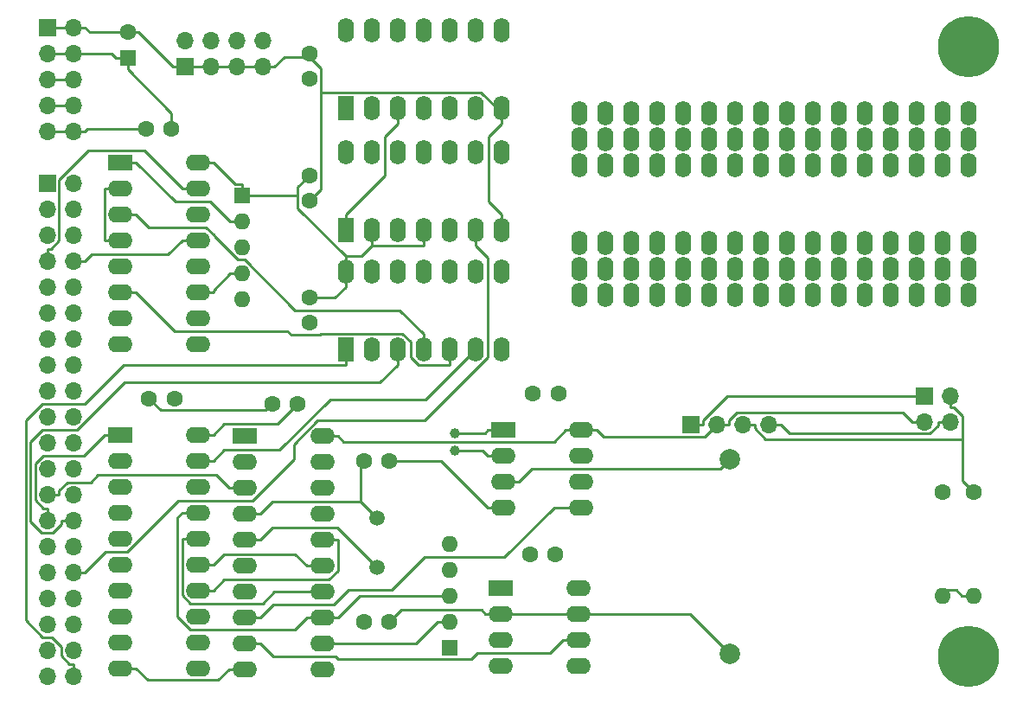
<source format=gbr>
%TF.GenerationSoftware,KiCad,Pcbnew,(6.0.4)*%
%TF.CreationDate,2022-06-04T07:21:41+03:00*%
%TF.ProjectId,I2C,4932432e-6b69-4636-9164-5f7063625858,rev?*%
%TF.SameCoordinates,Original*%
%TF.FileFunction,Copper,L1,Top*%
%TF.FilePolarity,Positive*%
%FSLAX46Y46*%
G04 Gerber Fmt 4.6, Leading zero omitted, Abs format (unit mm)*
G04 Created by KiCad (PCBNEW (6.0.4)) date 2022-06-04 07:21:41*
%MOMM*%
%LPD*%
G01*
G04 APERTURE LIST*
%TA.AperFunction,ComponentPad*%
%ADD10O,1.600000X2.400000*%
%TD*%
%TA.AperFunction,ComponentPad*%
%ADD11C,1.600000*%
%TD*%
%TA.AperFunction,ComponentPad*%
%ADD12O,1.600000X1.600000*%
%TD*%
%TA.AperFunction,ComponentPad*%
%ADD13C,3.400000*%
%TD*%
%TA.AperFunction,ConnectorPad*%
%ADD14C,6.000000*%
%TD*%
%TA.AperFunction,ComponentPad*%
%ADD15R,2.400000X1.600000*%
%TD*%
%TA.AperFunction,ComponentPad*%
%ADD16O,2.400000X1.600000*%
%TD*%
%TA.AperFunction,ComponentPad*%
%ADD17R,1.600000X2.400000*%
%TD*%
%TA.AperFunction,ComponentPad*%
%ADD18C,1.500000*%
%TD*%
%TA.AperFunction,ComponentPad*%
%ADD19R,1.600000X1.600000*%
%TD*%
%TA.AperFunction,ComponentPad*%
%ADD20R,1.700000X1.700000*%
%TD*%
%TA.AperFunction,ComponentPad*%
%ADD21O,1.700000X1.700000*%
%TD*%
%TA.AperFunction,ComponentPad*%
%ADD22C,1.000000*%
%TD*%
%TA.AperFunction,ComponentPad*%
%ADD23C,2.000000*%
%TD*%
%TA.AperFunction,Conductor*%
%ADD24C,0.250000*%
%TD*%
G04 APERTURE END LIST*
D10*
%TO.P,,8*%
%TO.N,N/C*%
X106680000Y-106172000D03*
%TD*%
%TO.P,,8*%
%TO.N,N/C*%
X99060000Y-116332000D03*
%TD*%
%TO.P,,8*%
%TO.N,N/C*%
X104140000Y-116332000D03*
%TD*%
%TO.P,,8*%
%TO.N,N/C*%
X99060000Y-103632000D03*
%TD*%
%TO.P,,8*%
%TO.N,N/C*%
X111760000Y-101092000D03*
%TD*%
%TO.P,,8*%
%TO.N,N/C*%
X127000000Y-106172000D03*
%TD*%
%TO.P,,8*%
%TO.N,N/C*%
X116840000Y-118872000D03*
%TD*%
%TO.P,,8*%
%TO.N,N/C*%
X132080000Y-101092000D03*
%TD*%
%TO.P,,8*%
%TO.N,N/C*%
X114300000Y-118872000D03*
%TD*%
%TO.P,,8*%
%TO.N,N/C*%
X109220000Y-106172000D03*
%TD*%
%TO.P,,8*%
%TO.N,N/C*%
X96520000Y-106172000D03*
%TD*%
D11*
%TO.P,R2,1*%
%TO.N,/SDA*%
X132080000Y-138176000D03*
D12*
%TO.P,R2,2*%
%TO.N,+5V*%
X132080000Y-148336000D03*
%TD*%
D10*
%TO.P,,8*%
%TO.N,N/C*%
X106680000Y-113792000D03*
%TD*%
%TO.P,,8*%
%TO.N,N/C*%
X104140000Y-113792000D03*
%TD*%
%TO.P,,8*%
%TO.N,N/C*%
X134620000Y-101092000D03*
%TD*%
%TO.P,,8*%
%TO.N,N/C*%
X132080000Y-116332000D03*
%TD*%
%TO.P,,8*%
%TO.N,N/C*%
X96520000Y-116332000D03*
%TD*%
D11*
%TO.P,C8,1*%
%TO.N,+5V*%
X94488000Y-128524000D03*
%TO.P,C8,2*%
%TO.N,GND*%
X91988000Y-128524000D03*
%TD*%
D10*
%TO.P,,8*%
%TO.N,N/C*%
X106680000Y-118872000D03*
%TD*%
%TO.P,,8*%
%TO.N,N/C*%
X101600000Y-103632000D03*
%TD*%
%TO.P,,8*%
%TO.N,N/C*%
X132080000Y-118872000D03*
%TD*%
D11*
%TO.P,C5,1*%
%TO.N,+5V*%
X68991000Y-129540000D03*
%TO.P,C5,2*%
%TO.N,GND*%
X66491000Y-129540000D03*
%TD*%
%TO.P,C4,1*%
%TO.N,+5V*%
X56896000Y-129032000D03*
%TO.P,C4,2*%
%TO.N,GND*%
X54396000Y-129032000D03*
%TD*%
D10*
%TO.P,,8*%
%TO.N,N/C*%
X101600000Y-113792000D03*
%TD*%
%TO.P,,8*%
%TO.N,N/C*%
X129540000Y-103632000D03*
%TD*%
%TO.P,,8*%
%TO.N,N/C*%
X101600000Y-101092000D03*
%TD*%
D13*
%TO.P,H2,1*%
%TO.N,N/C*%
X134620000Y-154305000D03*
D14*
X134620000Y-154305000D03*
%TD*%
D15*
%TO.P,U5,1,A->B*%
%TO.N,/rd*%
X51572000Y-132588000D03*
D16*
%TO.P,U5,2,A0*%
%TO.N,/d00*%
X51572000Y-135128000D03*
%TO.P,U5,3,A1*%
%TO.N,/d01*%
X51572000Y-137668000D03*
%TO.P,U5,4,A2*%
%TO.N,/d02*%
X51572000Y-140208000D03*
%TO.P,U5,5,A3*%
%TO.N,/d03*%
X51572000Y-142748000D03*
%TO.P,U5,6,A4*%
%TO.N,/d04*%
X51572000Y-145288000D03*
%TO.P,U5,7,A5*%
%TO.N,/d05*%
X51572000Y-147828000D03*
%TO.P,U5,8,A6*%
%TO.N,/d06*%
X51572000Y-150368000D03*
%TO.P,U5,9,A7*%
%TO.N,/d07*%
X51572000Y-152908000D03*
%TO.P,U5,10,GND*%
%TO.N,GND*%
X51572000Y-155448000D03*
%TO.P,U5,11,B7*%
%TO.N,/B07*%
X59192000Y-155448000D03*
%TO.P,U5,12,B6*%
%TO.N,/B06*%
X59192000Y-152908000D03*
%TO.P,U5,13,B5*%
%TO.N,/B05*%
X59192000Y-150368000D03*
%TO.P,U5,14,B4*%
%TO.N,/B04*%
X59192000Y-147828000D03*
%TO.P,U5,15,B3*%
%TO.N,/B03*%
X59192000Y-145288000D03*
%TO.P,U5,16,B2*%
%TO.N,/B02*%
X59192000Y-142748000D03*
%TO.P,U5,17,B1*%
%TO.N,/B01*%
X59192000Y-140208000D03*
%TO.P,U5,18,B0*%
%TO.N,/B00*%
X59192000Y-137668000D03*
%TO.P,U5,19,CE*%
%TO.N,Net-(U3-Pad6)*%
X59192000Y-135128000D03*
%TO.P,U5,20,VCC*%
%TO.N,+5V*%
X59192000Y-132588000D03*
%TD*%
D10*
%TO.P,,8*%
%TO.N,N/C*%
X101600000Y-116332000D03*
%TD*%
%TO.P,,8*%
%TO.N,N/C*%
X124460000Y-106172000D03*
%TD*%
%TO.P,,8*%
%TO.N,N/C*%
X127000000Y-116332000D03*
%TD*%
%TO.P,,8*%
%TO.N,N/C*%
X106680000Y-103632000D03*
%TD*%
%TO.P,,8*%
%TO.N,N/C*%
X116840000Y-116332000D03*
%TD*%
D17*
%TO.P,U3,1*%
%TO.N,/reset*%
X73655000Y-124216000D03*
D10*
%TO.P,U3,2*%
%TO.N,Net-(U3-Pad2)*%
X76195000Y-124216000D03*
%TO.P,U3,3*%
%TO.N,/iorq*%
X78735000Y-124216000D03*
%TO.P,U3,4*%
%TO.N,Net-(U1-Pad3)*%
X81275000Y-124216000D03*
%TO.P,U3,5*%
%TO.N,/card_sel*%
X83815000Y-124216000D03*
%TO.P,U3,6*%
%TO.N,Net-(U3-Pad6)*%
X86355000Y-124216000D03*
%TO.P,U3,7,GND*%
%TO.N,GND*%
X88895000Y-124216000D03*
%TO.P,U3,8*%
%TO.N,N/C*%
X88895000Y-116596000D03*
%TO.P,U3,9*%
X86355000Y-116596000D03*
%TO.P,U3,10*%
X83815000Y-116596000D03*
%TO.P,U3,11*%
X81275000Y-116596000D03*
%TO.P,U3,12*%
X78735000Y-116596000D03*
%TO.P,U3,13*%
X76195000Y-116596000D03*
%TO.P,U3,14,VCC*%
%TO.N,+5V*%
X73655000Y-116596000D03*
%TD*%
%TO.P,,8*%
%TO.N,N/C*%
X111760000Y-118872000D03*
%TD*%
%TO.P,,8*%
%TO.N,N/C*%
X127000000Y-118872000D03*
%TD*%
%TO.P,,8*%
%TO.N,N/C*%
X116840000Y-113792000D03*
%TD*%
%TO.P,,8*%
%TO.N,N/C*%
X129540000Y-113792000D03*
%TD*%
%TO.P,,8*%
%TO.N,N/C*%
X99060000Y-101092000D03*
%TD*%
%TO.P,,8*%
%TO.N,N/C*%
X96520000Y-113792000D03*
%TD*%
%TO.P,,8*%
%TO.N,N/C*%
X101600000Y-106172000D03*
%TD*%
%TO.P,,8*%
%TO.N,N/C*%
X124460000Y-118872000D03*
%TD*%
%TO.P,,8*%
%TO.N,N/C*%
X116840000Y-106172000D03*
%TD*%
%TO.P,,8*%
%TO.N,N/C*%
X109220000Y-116332000D03*
%TD*%
%TO.P,,8*%
%TO.N,N/C*%
X124460000Y-113792000D03*
%TD*%
D11*
%TO.P,C11,1*%
%TO.N,Net-(C11-Pad1)*%
X75458000Y-135128000D03*
%TO.P,C11,2*%
%TO.N,GND*%
X77958000Y-135128000D03*
%TD*%
D17*
%TO.P,U2,1,~{R}*%
%TO.N,Net-(U2-Pad1)*%
X73660000Y-112571000D03*
D10*
%TO.P,U2,2,D*%
%TO.N,+5V*%
X76200000Y-112571000D03*
%TO.P,U2,3,C*%
%TO.N,/card_sel*%
X78740000Y-112571000D03*
%TO.P,U2,4,~{S}*%
%TO.N,+5V*%
X81280000Y-112571000D03*
%TO.P,U2,5,Q*%
%TO.N,unconnected-(U2-Pad5)*%
X83820000Y-112571000D03*
%TO.P,U2,6,~{Q}*%
%TO.N,/wait*%
X86360000Y-112571000D03*
%TO.P,U2,7,GND*%
%TO.N,GND*%
X88900000Y-112571000D03*
%TO.P,U2,8*%
%TO.N,N/C*%
X88900000Y-104951000D03*
%TO.P,U2,9*%
X86360000Y-104951000D03*
%TO.P,U2,10*%
X83820000Y-104951000D03*
%TO.P,U2,11*%
X81280000Y-104951000D03*
%TO.P,U2,12*%
X78740000Y-104951000D03*
%TO.P,U2,13*%
X76200000Y-104951000D03*
%TO.P,U2,14,VCC*%
%TO.N,+5V*%
X73660000Y-104951000D03*
%TD*%
%TO.P,,8*%
%TO.N,N/C*%
X129540000Y-101092000D03*
%TD*%
%TO.P,,8*%
%TO.N,N/C*%
X134620000Y-103632000D03*
%TD*%
D18*
%TO.P,Y1,1,1*%
%TO.N,Net-(C11-Pad1)*%
X76708000Y-140716000D03*
%TO.P,Y1,2,2*%
%TO.N,Net-(C10-Pad1)*%
X76708000Y-145596000D03*
%TD*%
D10*
%TO.P,,8*%
%TO.N,N/C*%
X121920000Y-118872000D03*
%TD*%
D17*
%TO.P,U4,1*%
%TO.N,/reset*%
X73660000Y-100623000D03*
D10*
%TO.P,U4,2*%
%TO.N,Net-(RN2-Pad4)*%
X76200000Y-100623000D03*
%TO.P,U4,3*%
%TO.N,Net-(U2-Pad1)*%
X78740000Y-100623000D03*
%TO.P,U4,4*%
%TO.N,N/C*%
X81280000Y-100623000D03*
%TO.P,U4,5*%
X83820000Y-100623000D03*
%TO.P,U4,6*%
X86360000Y-100623000D03*
%TO.P,U4,7,GND*%
%TO.N,GND*%
X88900000Y-100623000D03*
%TO.P,U4,8*%
%TO.N,N/C*%
X88900000Y-93003000D03*
%TO.P,U4,9*%
X86360000Y-93003000D03*
%TO.P,U4,10*%
X83820000Y-93003000D03*
%TO.P,U4,11*%
X81280000Y-93003000D03*
%TO.P,U4,12*%
X78740000Y-93003000D03*
%TO.P,U4,13*%
X76200000Y-93003000D03*
%TO.P,U4,14,VCC*%
%TO.N,+5V*%
X73660000Y-93003000D03*
%TD*%
D11*
%TO.P,R1,1*%
%TO.N,/SCL*%
X135128000Y-138176000D03*
D12*
%TO.P,R1,2*%
%TO.N,+5V*%
X135128000Y-148336000D03*
%TD*%
D19*
%TO.P,RN2,1,common*%
%TO.N,+5V*%
X83820000Y-153416000D03*
D12*
%TO.P,RN2,2,R1*%
%TO.N,/B00*%
X83820000Y-150876000D03*
%TO.P,RN2,3,R2*%
%TO.N,/B01*%
X83820000Y-148336000D03*
%TO.P,RN2,4,R3*%
%TO.N,Net-(RN2-Pad4)*%
X83820000Y-145796000D03*
%TO.P,RN2,5,R4*%
%TO.N,unconnected-(RN2-Pad5)*%
X83820000Y-143256000D03*
%TD*%
D10*
%TO.P,,8*%
%TO.N,N/C*%
X114300000Y-106172000D03*
%TD*%
%TO.P,,8*%
%TO.N,N/C*%
X119380000Y-116332000D03*
%TD*%
D15*
%TO.P,U7,1,X1*%
%TO.N,Net-(U7-Pad1)*%
X89144000Y-132090000D03*
D16*
%TO.P,U7,2,X2*%
%TO.N,Net-(U7-Pad2)*%
X89144000Y-134630000D03*
%TO.P,U7,3,VBAT*%
%TO.N,+BATT*%
X89144000Y-137170000D03*
%TO.P,U7,4,GND*%
%TO.N,GND*%
X89144000Y-139710000D03*
%TO.P,U7,5,SDA*%
%TO.N,/SDA*%
X96764000Y-139710000D03*
%TO.P,U7,6,SCL*%
%TO.N,/SCL*%
X96764000Y-137170000D03*
%TO.P,U7,7,SQW/OUT*%
%TO.N,unconnected-(U7-Pad7)*%
X96764000Y-134630000D03*
%TO.P,U7,8,VCC*%
%TO.N,+5V*%
X96764000Y-132090000D03*
%TD*%
D10*
%TO.P,,8*%
%TO.N,N/C*%
X119380000Y-113792000D03*
%TD*%
%TO.P,,8*%
%TO.N,N/C*%
X121920000Y-106172000D03*
%TD*%
%TO.P,,8*%
%TO.N,N/C*%
X104140000Y-106172000D03*
%TD*%
D20*
%TO.P,J4,1,Pin_1*%
%TO.N,/SDA*%
X107452000Y-131572000D03*
D21*
%TO.P,J4,2,Pin_2*%
%TO.N,+5V*%
X109992000Y-131572000D03*
%TO.P,J4,3,Pin_3*%
%TO.N,/SCL*%
X112532000Y-131572000D03*
%TO.P,J4,4,Pin_4*%
%TO.N,GND*%
X115072000Y-131572000D03*
%TD*%
D10*
%TO.P,,8*%
%TO.N,N/C*%
X134620000Y-106172000D03*
%TD*%
D20*
%TO.P,J1,1,Pin_1*%
%TO.N,GND*%
X57912000Y-96520000D03*
D21*
%TO.P,J1,2,Pin_2*%
%TO.N,Net-(J1-Pad2)*%
X57912000Y-93980000D03*
%TO.P,J1,3,Pin_3*%
%TO.N,GND*%
X60452000Y-96520000D03*
%TO.P,J1,4,Pin_4*%
%TO.N,Net-(J1-Pad4)*%
X60452000Y-93980000D03*
%TO.P,J1,5,Pin_5*%
%TO.N,GND*%
X62992000Y-96520000D03*
%TO.P,J1,6,Pin_6*%
%TO.N,Net-(J1-Pad6)*%
X62992000Y-93980000D03*
%TO.P,J1,7,Pin_7*%
%TO.N,GND*%
X65532000Y-96520000D03*
%TO.P,J1,8,Pin_8*%
%TO.N,Net-(J1-Pad8)*%
X65532000Y-93980000D03*
%TD*%
D10*
%TO.P,,8*%
%TO.N,N/C*%
X111760000Y-113792000D03*
%TD*%
D11*
%TO.P,C3,1*%
%TO.N,+5V*%
X70104000Y-97770000D03*
%TO.P,C3,2*%
%TO.N,GND*%
X70104000Y-95270000D03*
%TD*%
D10*
%TO.P,,8*%
%TO.N,N/C*%
X101600000Y-118872000D03*
%TD*%
D11*
%TO.P,C1,1*%
%TO.N,+5V*%
X56622000Y-102616000D03*
%TO.P,C1,2*%
%TO.N,GND*%
X54122000Y-102616000D03*
%TD*%
D19*
%TO.P,RN1,1,common*%
%TO.N,+5V*%
X63500000Y-109200000D03*
D12*
%TO.P,RN1,2,R1*%
%TO.N,Net-(J1-Pad2)*%
X63500000Y-111740000D03*
%TO.P,RN1,3,R2*%
%TO.N,Net-(J1-Pad4)*%
X63500000Y-114280000D03*
%TO.P,RN1,4,R3*%
%TO.N,Net-(J1-Pad6)*%
X63500000Y-116820000D03*
%TO.P,RN1,5,R4*%
%TO.N,Net-(J1-Pad8)*%
X63500000Y-119360000D03*
%TD*%
D10*
%TO.P,,8*%
%TO.N,N/C*%
X134620000Y-116332000D03*
%TD*%
D19*
%TO.P,C9,1*%
%TO.N,+5V*%
X52324000Y-95693100D03*
D11*
%TO.P,C9,2*%
%TO.N,GND*%
X52324000Y-93193100D03*
%TD*%
D10*
%TO.P,,8*%
%TO.N,N/C*%
X109220000Y-118872000D03*
%TD*%
%TO.P,,8*%
%TO.N,N/C*%
X109220000Y-101092000D03*
%TD*%
%TO.P,,8*%
%TO.N,N/C*%
X99060000Y-106172000D03*
%TD*%
%TO.P,,8*%
%TO.N,N/C*%
X134620000Y-113792000D03*
%TD*%
D11*
%TO.P,C7,1*%
%TO.N,+5V*%
X70104000Y-119146000D03*
%TO.P,C7,2*%
%TO.N,GND*%
X70104000Y-121646000D03*
%TD*%
D10*
%TO.P,,8*%
%TO.N,N/C*%
X104140000Y-103632000D03*
%TD*%
%TO.P,,8*%
%TO.N,N/C*%
X134620000Y-118872000D03*
%TD*%
%TO.P,,8*%
%TO.N,N/C*%
X119380000Y-101092000D03*
%TD*%
%TO.P,,8*%
%TO.N,N/C*%
X104140000Y-118872000D03*
%TD*%
%TO.P,,8*%
%TO.N,N/C*%
X132080000Y-113792000D03*
%TD*%
D20*
%TO.P,J2,1,Pin_1*%
%TO.N,GND*%
X44445000Y-92715000D03*
D21*
%TO.P,J2,2,Pin_2*%
X46985000Y-92715000D03*
%TO.P,J2,3,Pin_3*%
%TO.N,+5V*%
X44445000Y-95255000D03*
%TO.P,J2,4,Pin_4*%
X46985000Y-95255000D03*
%TO.P,J2,5,Pin_5*%
%TO.N,+12V*%
X44445000Y-97795000D03*
%TO.P,J2,6,Pin_6*%
X46985000Y-97795000D03*
%TO.P,J2,7,Pin_7*%
%TO.N,/v1*%
X44445000Y-100335000D03*
%TO.P,J2,8,Pin_8*%
X46985000Y-100335000D03*
%TO.P,J2,9,Pin_9*%
%TO.N,GND*%
X44445000Y-102875000D03*
%TO.P,J2,10,Pin_10*%
X46985000Y-102875000D03*
%TD*%
D11*
%TO.P,C2,1*%
%TO.N,+5V*%
X70104000Y-107188000D03*
%TO.P,C2,2*%
%TO.N,GND*%
X70104000Y-109688000D03*
%TD*%
D10*
%TO.P,,8*%
%TO.N,N/C*%
X111760000Y-103632000D03*
%TD*%
%TO.P,,8*%
%TO.N,N/C*%
X124460000Y-116332000D03*
%TD*%
%TO.P,,8*%
%TO.N,N/C*%
X106680000Y-116332000D03*
%TD*%
%TO.P,,8*%
%TO.N,N/C*%
X121920000Y-113792000D03*
%TD*%
%TO.P,,8*%
%TO.N,N/C*%
X99060000Y-118872000D03*
%TD*%
%TO.P,,8*%
%TO.N,N/C*%
X124460000Y-103632000D03*
%TD*%
%TO.P,,8*%
%TO.N,N/C*%
X104140000Y-101092000D03*
%TD*%
%TO.P,,8*%
%TO.N,N/C*%
X116840000Y-103632000D03*
%TD*%
%TO.P,,8*%
%TO.N,N/C*%
X114300000Y-103632000D03*
%TD*%
%TO.P,,8*%
%TO.N,N/C*%
X106680000Y-101092000D03*
%TD*%
D22*
%TO.P,Y2,1,1*%
%TO.N,Net-(U7-Pad2)*%
X84328000Y-134112000D03*
%TO.P,Y2,2,2*%
%TO.N,Net-(U7-Pad1)*%
X84328000Y-132412000D03*
%TD*%
D10*
%TO.P,,8*%
%TO.N,N/C*%
X109220000Y-103632000D03*
%TD*%
%TO.P,,8*%
%TO.N,N/C*%
X96520000Y-101092000D03*
%TD*%
D20*
%TO.P,J3,1,Pin_1*%
%TO.N,/a01*%
X44445000Y-107955000D03*
D21*
%TO.P,J3,2,Pin_2*%
%TO.N,/a00*%
X46985000Y-107955000D03*
%TO.P,J3,3,Pin_3*%
%TO.N,/a03*%
X44445000Y-110495000D03*
%TO.P,J3,4,Pin_4*%
%TO.N,/a02*%
X46985000Y-110495000D03*
%TO.P,J3,5,Pin_5*%
%TO.N,/a05*%
X44445000Y-113035000D03*
%TO.P,J3,6,Pin_6*%
%TO.N,/a04*%
X46985000Y-113035000D03*
%TO.P,J3,7,Pin_7*%
%TO.N,/a07*%
X44445000Y-115575000D03*
%TO.P,J3,8,Pin_8*%
%TO.N,/a06*%
X46985000Y-115575000D03*
%TO.P,J3,9,Pin_9*%
%TO.N,/a09*%
X44445000Y-118115000D03*
%TO.P,J3,10,Pin_10*%
%TO.N,/a08*%
X46985000Y-118115000D03*
%TO.P,J3,11,Pin_11*%
%TO.N,/a11*%
X44445000Y-120655000D03*
%TO.P,J3,12,Pin_12*%
%TO.N,/a10*%
X46985000Y-120655000D03*
%TO.P,J3,13,Pin_13*%
%TO.N,/a13*%
X44445000Y-123195000D03*
%TO.P,J3,14,Pin_14*%
%TO.N,/a12*%
X46985000Y-123195000D03*
%TO.P,J3,15,Pin_15*%
%TO.N,/a15*%
X44445000Y-125735000D03*
%TO.P,J3,16,Pin_16*%
%TO.N,/a14*%
X46985000Y-125735000D03*
%TO.P,J3,17,Pin_17*%
%TO.N,/d01*%
X44445000Y-128275000D03*
%TO.P,J3,18,Pin_18*%
%TO.N,/d00*%
X46985000Y-128275000D03*
%TO.P,J3,19,Pin_19*%
%TO.N,/d03*%
X44445000Y-130815000D03*
%TO.P,J3,20,Pin_20*%
%TO.N,/d02*%
X46985000Y-130815000D03*
%TO.P,J3,21,Pin_21*%
%TO.N,/d05*%
X44445000Y-133355000D03*
%TO.P,J3,22,Pin_22*%
%TO.N,/d04*%
X46985000Y-133355000D03*
%TO.P,J3,23,Pin_23*%
%TO.N,/d07*%
X44445000Y-135895000D03*
%TO.P,J3,24,Pin_24*%
%TO.N,/d06*%
X46985000Y-135895000D03*
%TO.P,J3,25,Pin_25*%
%TO.N,/wr*%
X44445000Y-138435000D03*
%TO.P,J3,26,Pin_26*%
%TO.N,/mreq*%
X46985000Y-138435000D03*
%TO.P,J3,27,Pin_27*%
%TO.N,/rd*%
X44445000Y-140975000D03*
%TO.P,J3,28,Pin_28*%
%TO.N,/iorq*%
X46985000Y-140975000D03*
%TO.P,J3,29,Pin_29*%
%TO.N,/busack*%
X44445000Y-143515000D03*
%TO.P,J3,30,Pin_30*%
%TO.N,/busrq*%
X46985000Y-143515000D03*
%TO.P,J3,31,Pin_31*%
%TO.N,/halt*%
X44445000Y-146055000D03*
%TO.P,J3,32,Pin_32*%
%TO.N,/wait*%
X46985000Y-146055000D03*
%TO.P,J3,33,Pin_33*%
%TO.N,/int*%
X44445000Y-148595000D03*
%TO.P,J3,34,Pin_34*%
%TO.N,/nmi*%
X46985000Y-148595000D03*
%TO.P,J3,35,Pin_35*%
%TO.N,/s1*%
X44445000Y-151135000D03*
%TO.P,J3,36,Pin_36*%
%TO.N,/s0*%
X46985000Y-151135000D03*
%TO.P,J3,37,Pin_37*%
%TO.N,/m1*%
X44445000Y-153675000D03*
%TO.P,J3,38,Pin_38*%
%TO.N,/s2*%
X46985000Y-153675000D03*
%TO.P,J3,39,Pin_39*%
%TO.N,/clk*%
X44445000Y-156215000D03*
%TO.P,J3,40,Pin_40*%
%TO.N,/reset*%
X46985000Y-156215000D03*
%TD*%
D10*
%TO.P,,8*%
%TO.N,N/C*%
X127000000Y-103632000D03*
%TD*%
%TO.P,,8*%
%TO.N,N/C*%
X119380000Y-106172000D03*
%TD*%
%TO.P,,8*%
%TO.N,N/C*%
X132080000Y-106172000D03*
%TD*%
%TO.P,,8*%
%TO.N,N/C*%
X119380000Y-103632000D03*
%TD*%
D15*
%TO.P,U1,1,B3*%
%TO.N,Net-(J1-Pad2)*%
X51572000Y-105908000D03*
D16*
%TO.P,U1,2,Ia<b*%
%TO.N,GND*%
X51572000Y-108448000D03*
%TO.P,U1,3,Ia=b*%
%TO.N,Net-(U1-Pad3)*%
X51572000Y-110988000D03*
%TO.P,U1,4,Ia>b*%
%TO.N,GND*%
X51572000Y-113528000D03*
%TO.P,U1,5,Oa>b*%
%TO.N,unconnected-(U1-Pad5)*%
X51572000Y-116068000D03*
%TO.P,U1,6,Oa=b*%
%TO.N,/card_sel*%
X51572000Y-118608000D03*
%TO.P,U1,7,Oa<b*%
%TO.N,unconnected-(U1-Pad7)*%
X51572000Y-121148000D03*
%TO.P,U1,8,GND*%
%TO.N,GND*%
X51572000Y-123688000D03*
%TO.P,U1,9,B0*%
%TO.N,Net-(J1-Pad8)*%
X59192000Y-123688000D03*
%TO.P,U1,10,A0*%
%TO.N,/a04*%
X59192000Y-121148000D03*
%TO.P,U1,11,B1*%
%TO.N,Net-(J1-Pad6)*%
X59192000Y-118608000D03*
%TO.P,U1,12,A1*%
%TO.N,/a05*%
X59192000Y-116068000D03*
%TO.P,U1,13,A2*%
%TO.N,/a06*%
X59192000Y-113528000D03*
%TO.P,U1,14,B2*%
%TO.N,Net-(J1-Pad4)*%
X59192000Y-110988000D03*
%TO.P,U1,15,A3*%
%TO.N,/a07*%
X59192000Y-108448000D03*
%TO.P,U1,16,VCC*%
%TO.N,+5V*%
X59192000Y-105908000D03*
%TD*%
D15*
%TO.P,U6,1,RST/VPP*%
%TO.N,Net-(U3-Pad2)*%
X63764000Y-132715000D03*
D16*
%TO.P,U6,2,P3.0*%
%TO.N,Net-(RN2-Pad4)*%
X63764000Y-135255000D03*
%TO.P,U6,3,P3.1*%
%TO.N,/wr*%
X63764000Y-137795000D03*
%TO.P,U6,4,XTAL2*%
%TO.N,Net-(C11-Pad1)*%
X63764000Y-140335000D03*
%TO.P,U6,5,XTAL1*%
%TO.N,Net-(C10-Pad1)*%
X63764000Y-142875000D03*
%TO.P,U6,6,P3.2*%
%TO.N,Net-(U3-Pad6)*%
X63764000Y-145415000D03*
%TO.P,U6,7,P3.3*%
%TO.N,unconnected-(U6-Pad7)*%
X63764000Y-147955000D03*
%TO.P,U6,8,P3.4*%
%TO.N,/SDA*%
X63764000Y-150495000D03*
%TO.P,U6,9,P3.5*%
%TO.N,/SCL*%
X63764000Y-153035000D03*
%TO.P,U6,10,GND*%
%TO.N,GND*%
X63764000Y-155575000D03*
%TO.P,U6,11,P3.7*%
%TO.N,/a00*%
X71384000Y-155575000D03*
%TO.P,U6,12,P1.0*%
%TO.N,/B00*%
X71384000Y-153035000D03*
%TO.P,U6,13,P1.1*%
%TO.N,/B01*%
X71384000Y-150495000D03*
%TO.P,U6,14,P1.2*%
%TO.N,/B02*%
X71384000Y-147955000D03*
%TO.P,U6,15,P1.3*%
%TO.N,/B03*%
X71384000Y-145415000D03*
%TO.P,U6,16,P1.4*%
%TO.N,/B04*%
X71384000Y-142875000D03*
%TO.P,U6,17,P1.5*%
%TO.N,/B05*%
X71384000Y-140335000D03*
%TO.P,U6,18,P1.6*%
%TO.N,/B06*%
X71384000Y-137795000D03*
%TO.P,U6,19,P1.7*%
%TO.N,/B07*%
X71384000Y-135255000D03*
%TO.P,U6,20,VCC*%
%TO.N,+5V*%
X71384000Y-132715000D03*
%TD*%
D10*
%TO.P,,8*%
%TO.N,N/C*%
X96520000Y-103632000D03*
%TD*%
%TO.P,,8*%
%TO.N,N/C*%
X109220000Y-113792000D03*
%TD*%
%TO.P,,8*%
%TO.N,N/C*%
X121920000Y-103632000D03*
%TD*%
%TO.P,,8*%
%TO.N,N/C*%
X129540000Y-116332000D03*
%TD*%
%TO.P,,8*%
%TO.N,N/C*%
X114300000Y-116332000D03*
%TD*%
D20*
%TO.P,J5,1,Pin_1*%
%TO.N,/SDA*%
X130297000Y-128773000D03*
D21*
%TO.P,J5,2,Pin_2*%
%TO.N,/SCL*%
X132837000Y-128773000D03*
%TO.P,J5,3,Pin_3*%
%TO.N,+5V*%
X130297000Y-131313000D03*
%TO.P,J5,4,Pin_4*%
%TO.N,GND*%
X132837000Y-131313000D03*
%TD*%
D10*
%TO.P,,8*%
%TO.N,N/C*%
X127000000Y-113792000D03*
%TD*%
D14*
%TO.P,H1,1*%
%TO.N,N/C*%
X134620000Y-94615000D03*
D13*
X134620000Y-94615000D03*
%TD*%
D10*
%TO.P,,8*%
%TO.N,N/C*%
X114300000Y-101092000D03*
%TD*%
%TO.P,,8*%
%TO.N,N/C*%
X121920000Y-101092000D03*
%TD*%
%TO.P,,8*%
%TO.N,N/C*%
X121920000Y-116332000D03*
%TD*%
%TO.P,,8*%
%TO.N,N/C*%
X127000000Y-101092000D03*
%TD*%
D15*
%TO.P,U8,1,A0*%
%TO.N,GND*%
X88890000Y-147584000D03*
D16*
%TO.P,U8,2,A1*%
X88890000Y-150124000D03*
%TO.P,U8,3,A2*%
X88890000Y-152664000D03*
%TO.P,U8,4,VSS*%
X88890000Y-155204000D03*
%TO.P,U8,5,SDA*%
%TO.N,/SDA*%
X96510000Y-155204000D03*
%TO.P,U8,6,SCL*%
%TO.N,/SCL*%
X96510000Y-152664000D03*
%TO.P,U8,7,WP*%
%TO.N,GND*%
X96510000Y-150124000D03*
%TO.P,U8,8,VDD*%
%TO.N,+5V*%
X96510000Y-147584000D03*
%TD*%
D23*
%TO.P,BT1,1,+*%
%TO.N,+BATT*%
X111252000Y-135020500D03*
%TO.P,BT1,2,-*%
%TO.N,GND*%
X111252000Y-154020500D03*
%TD*%
D10*
%TO.P,,8*%
%TO.N,N/C*%
X111760000Y-106172000D03*
%TD*%
%TO.P,,8*%
%TO.N,N/C*%
X96520000Y-118872000D03*
%TD*%
%TO.P,,8*%
%TO.N,N/C*%
X124460000Y-101092000D03*
%TD*%
%TO.P,,8*%
%TO.N,N/C*%
X116840000Y-101092000D03*
%TD*%
%TO.P,,8*%
%TO.N,N/C*%
X129540000Y-106172000D03*
%TD*%
D11*
%TO.P,C6,1*%
%TO.N,+5V*%
X94214000Y-144272000D03*
%TO.P,C6,2*%
%TO.N,GND*%
X91714000Y-144272000D03*
%TD*%
D10*
%TO.P,,8*%
%TO.N,N/C*%
X99060000Y-113792000D03*
%TD*%
%TO.P,,8*%
%TO.N,N/C*%
X132080000Y-103632000D03*
%TD*%
D11*
%TO.P,C10,1*%
%TO.N,Net-(C10-Pad1)*%
X75458000Y-150876000D03*
%TO.P,C10,2*%
%TO.N,GND*%
X77958000Y-150876000D03*
%TD*%
D10*
%TO.P,,8*%
%TO.N,N/C*%
X119380000Y-118872000D03*
%TD*%
%TO.P,,8*%
%TO.N,N/C*%
X129540000Y-118872000D03*
%TD*%
%TO.P,,8*%
%TO.N,N/C*%
X114300000Y-113792000D03*
%TD*%
%TO.P,,8*%
%TO.N,N/C*%
X111760000Y-116332000D03*
%TD*%
D24*
%TO.N,+BATT*%
X111252000Y-135020500D02*
X110372500Y-135900000D01*
X91939300Y-135900000D02*
X90669300Y-137170000D01*
X89144000Y-137170000D02*
X90669300Y-137170000D01*
X110372500Y-135900000D02*
X91939300Y-135900000D01*
%TO.N,GND*%
X79098500Y-149735500D02*
X86976200Y-149735500D01*
X53409800Y-93193100D02*
X52324000Y-93193100D01*
X77958000Y-150876000D02*
X79098500Y-149735500D01*
X67650500Y-95576800D02*
X66707300Y-96520000D01*
X56736700Y-96520000D02*
X53409800Y-93193100D01*
X88900000Y-101056500D02*
X88900000Y-102148300D01*
X46985000Y-92715000D02*
X48160300Y-92715000D01*
X46985000Y-102875000D02*
X48160300Y-102875000D01*
X87618700Y-139710000D02*
X83036700Y-135128000D01*
X89144000Y-139710000D02*
X87618700Y-139710000D01*
X88900000Y-100623000D02*
X88900000Y-101056500D01*
X65834300Y-130196700D02*
X66491000Y-129540000D01*
X51572000Y-155448000D02*
X53097300Y-155448000D01*
X116247300Y-131572000D02*
X117163600Y-132488300D01*
X115072000Y-131572000D02*
X116247300Y-131572000D01*
X71231600Y-108560400D02*
X71231600Y-99084500D01*
X88890000Y-150124000D02*
X87364700Y-150124000D01*
X132837000Y-131313000D02*
X131661700Y-131313000D01*
X88900000Y-111045700D02*
X87630000Y-109775700D01*
X62992000Y-96520000D02*
X60452000Y-96520000D01*
X44445000Y-92715000D02*
X46985000Y-92715000D01*
X48638400Y-93193100D02*
X48160300Y-92715000D01*
X61196800Y-156616900D02*
X54266200Y-156616900D01*
X54122000Y-102616000D02*
X48419300Y-102616000D01*
X130853800Y-132488300D02*
X131661700Y-131680400D01*
X87630000Y-109775700D02*
X87630000Y-103418300D01*
X70104000Y-95576800D02*
X70104000Y-95270000D01*
X50046700Y-108448000D02*
X50046700Y-113528000D01*
X48419300Y-102616000D02*
X48160300Y-102875000D01*
X44445000Y-102875000D02*
X46985000Y-102875000D01*
X96510000Y-150124000D02*
X88890000Y-150124000D01*
X117163600Y-132488300D02*
X130853800Y-132488300D01*
X65532000Y-96520000D02*
X66707300Y-96520000D01*
X55560700Y-130196700D02*
X65834300Y-130196700D01*
X71231600Y-96704400D02*
X70104000Y-95576800D01*
X60452000Y-96520000D02*
X57912000Y-96520000D01*
X57912000Y-96520000D02*
X56736700Y-96520000D01*
X51572000Y-108448000D02*
X50046700Y-108448000D01*
X107355500Y-150124000D02*
X96510000Y-150124000D01*
X87630000Y-103418300D02*
X88900000Y-102148300D01*
X86976200Y-149735500D02*
X87364700Y-150124000D01*
X65532000Y-96520000D02*
X62992000Y-96520000D01*
X88900000Y-112571000D02*
X88900000Y-111045700D01*
X88900000Y-101056500D02*
X86928000Y-99084500D01*
X70104000Y-95576800D02*
X67650500Y-95576800D01*
X111252000Y-154020500D02*
X107355500Y-150124000D01*
X131661700Y-131680400D02*
X131661700Y-131313000D01*
X83036700Y-135128000D02*
X77958000Y-135128000D01*
X52324000Y-93193100D02*
X48638400Y-93193100D01*
X54266200Y-156616900D02*
X53097300Y-155448000D01*
X51572000Y-113528000D02*
X50046700Y-113528000D01*
X63764000Y-155575000D02*
X62238700Y-155575000D01*
X62238700Y-155575000D02*
X61196800Y-156616900D01*
X71231600Y-99084500D02*
X71231600Y-96704400D01*
X86928000Y-99084500D02*
X71231600Y-99084500D01*
X70104000Y-109688000D02*
X71231600Y-108560400D01*
X54396000Y-129032000D02*
X55560700Y-130196700D01*
%TO.N,+5V*%
X111167300Y-131572000D02*
X111167300Y-131204700D01*
X56622000Y-102616000D02*
X56622000Y-101116400D01*
X59192000Y-105908000D02*
X60717300Y-105908000D01*
X130297000Y-131313000D02*
X129121700Y-131313000D01*
X72909300Y-132715000D02*
X73456200Y-133261900D01*
X66990400Y-131540600D02*
X68991000Y-129540000D01*
X135128000Y-148336000D02*
X134002700Y-148336000D01*
X111997100Y-130374900D02*
X128183600Y-130374900D01*
X96764000Y-132090000D02*
X98289300Y-132090000D01*
X98289300Y-132090000D02*
X98946700Y-132747400D01*
X128183600Y-130374900D02*
X129121700Y-131313000D01*
X60717300Y-132588000D02*
X61764700Y-131540600D01*
X59192000Y-132588000D02*
X60717300Y-132588000D01*
X73655000Y-116596000D02*
X73655000Y-118121300D01*
X81280000Y-114096300D02*
X76200000Y-114096300D01*
X68978600Y-109200000D02*
X68978600Y-108313400D01*
X61764700Y-131540600D02*
X66990400Y-131540600D01*
X94066800Y-133261900D02*
X95238700Y-132090000D01*
X98946700Y-132747400D02*
X108816600Y-132747400D01*
X96330500Y-132090000D02*
X95238700Y-132090000D01*
X96330500Y-132090000D02*
X96764000Y-132090000D01*
X64625300Y-109200000D02*
X68978600Y-109200000D01*
X60717300Y-105908000D02*
X62884000Y-108074700D01*
X52324000Y-95693100D02*
X52324000Y-96818400D01*
X75225600Y-115070700D02*
X76200000Y-114096300D01*
X71384000Y-132715000D02*
X72909300Y-132715000D01*
X73456200Y-133261900D02*
X94066800Y-133261900D01*
X73655000Y-115070700D02*
X75225600Y-115070700D01*
X46985000Y-95255000D02*
X44445000Y-95255000D01*
X62884000Y-108074700D02*
X63500000Y-108074700D01*
X52324000Y-95693100D02*
X51198700Y-95693100D01*
X68978600Y-110394300D02*
X73655000Y-115070700D01*
X50760600Y-95255000D02*
X46985000Y-95255000D01*
X76200000Y-112571000D02*
X76200000Y-114096300D01*
X68978600Y-108313400D02*
X70104000Y-107188000D01*
X132080000Y-147773300D02*
X133440000Y-147773300D01*
X72630300Y-119146000D02*
X73655000Y-118121300D01*
X133440000Y-147773300D02*
X134002700Y-148336000D01*
X51198700Y-95693100D02*
X50760600Y-95255000D01*
X81280000Y-112571000D02*
X81280000Y-114096300D01*
X56622000Y-101116400D02*
X52324000Y-96818400D01*
X108816600Y-132747400D02*
X109992000Y-131572000D01*
X132080000Y-148336000D02*
X132080000Y-147773300D01*
X73655000Y-116596000D02*
X73655000Y-115070700D01*
X70104000Y-119146000D02*
X72630300Y-119146000D01*
X68978600Y-109200000D02*
X68978600Y-110394300D01*
X109992000Y-131572000D02*
X111167300Y-131572000D01*
X63500000Y-109200000D02*
X64625300Y-109200000D01*
X63500000Y-109200000D02*
X63500000Y-108074700D01*
X111167300Y-131204700D02*
X111997100Y-130374900D01*
%TO.N,Net-(C10-Pad1)*%
X65289300Y-142875000D02*
X66466100Y-141698200D01*
X63764000Y-142875000D02*
X65289300Y-142875000D01*
X72810200Y-141698200D02*
X76708000Y-145596000D01*
X66466100Y-141698200D02*
X72810200Y-141698200D01*
%TO.N,Net-(C11-Pad1)*%
X66479900Y-139144400D02*
X75136400Y-139144400D01*
X75136400Y-135449600D02*
X75458000Y-135128000D01*
X65289300Y-140335000D02*
X66479900Y-139144400D01*
X75136400Y-139144400D02*
X76708000Y-140716000D01*
X63764000Y-140335000D02*
X65289300Y-140335000D01*
X75136400Y-139144400D02*
X75136400Y-135449600D01*
%TO.N,Net-(J1-Pad2)*%
X63500000Y-111740000D02*
X62374700Y-111740000D01*
X60424600Y-109789900D02*
X62374700Y-111740000D01*
X53097300Y-105908000D02*
X56979200Y-109789900D01*
X51572000Y-105908000D02*
X53097300Y-105908000D01*
X56979200Y-109789900D02*
X60424600Y-109789900D01*
%TO.N,Net-(J1-Pad6)*%
X59192000Y-118608000D02*
X60717300Y-118608000D01*
X60717300Y-118608000D02*
X60717300Y-118477400D01*
X60717300Y-118477400D02*
X62374700Y-116820000D01*
X63500000Y-116820000D02*
X62374700Y-116820000D01*
%TO.N,+12V*%
X46985000Y-97795000D02*
X44445000Y-97795000D01*
%TO.N,/v1*%
X46985000Y-100335000D02*
X44445000Y-100335000D01*
%TO.N,/a07*%
X54001300Y-104782600D02*
X48454800Y-104782600D01*
X45620300Y-107617100D02*
X45620300Y-113591800D01*
X44445000Y-115575000D02*
X44445000Y-114399700D01*
X57666700Y-108448000D02*
X54001300Y-104782600D01*
X44812400Y-114399700D02*
X44445000Y-114399700D01*
X48454800Y-104782600D02*
X45620300Y-107617100D01*
X45620300Y-113591800D02*
X44812400Y-114399700D01*
X59192000Y-108448000D02*
X57666700Y-108448000D01*
%TO.N,/a06*%
X46985000Y-115575000D02*
X48160300Y-115575000D01*
X57666700Y-113528000D02*
X56293000Y-114901700D01*
X59192000Y-113528000D02*
X57666700Y-113528000D01*
X56293000Y-114901700D02*
X48833600Y-114901700D01*
X48833600Y-114901700D02*
X48160300Y-115575000D01*
%TO.N,/wr*%
X46428200Y-137259700D02*
X45620300Y-138067600D01*
X62238700Y-137795000D02*
X60982200Y-136538500D01*
X63764000Y-137795000D02*
X62238700Y-137795000D01*
X60982200Y-136538500D02*
X49413400Y-136538500D01*
X48692200Y-137259700D02*
X46428200Y-137259700D01*
X44445000Y-138435000D02*
X45620300Y-138435000D01*
X49413400Y-136538500D02*
X48692200Y-137259700D01*
X45620300Y-138067600D02*
X45620300Y-138435000D01*
%TO.N,/rd*%
X44045600Y-134625000D02*
X43269700Y-135400900D01*
X50046700Y-132588000D02*
X48009700Y-134625000D01*
X44445000Y-140975000D02*
X44445000Y-139799700D01*
X51572000Y-132588000D02*
X50046700Y-132588000D01*
X48009700Y-134625000D02*
X44045600Y-134625000D01*
X43269700Y-135400900D02*
X43269700Y-138991800D01*
X44077600Y-139799700D02*
X44445000Y-139799700D01*
X43269700Y-138991800D02*
X44077600Y-139799700D01*
%TO.N,/iorq*%
X42792000Y-141041400D02*
X42792000Y-133329400D01*
X47350400Y-132137600D02*
X52038400Y-127449600D01*
X46985000Y-140975000D02*
X45809700Y-140975000D01*
X45809700Y-140975000D02*
X45809700Y-141342300D01*
X52038400Y-127449600D02*
X77026700Y-127449600D01*
X44980500Y-142171500D02*
X43922100Y-142171500D01*
X43922100Y-142171500D02*
X42792000Y-141041400D01*
X42792000Y-133329400D02*
X43983800Y-132137600D01*
X77026700Y-127449600D02*
X78735000Y-125741300D01*
X78735000Y-124216000D02*
X78735000Y-125741300D01*
X45809700Y-141342300D02*
X44980500Y-142171500D01*
X43983800Y-132137600D02*
X47350400Y-132137600D01*
%TO.N,/wait*%
X52305300Y-144018000D02*
X57258300Y-139065000D01*
X70923600Y-131183800D02*
X81386100Y-131183800D01*
X57258300Y-139065000D02*
X64529000Y-139065000D01*
X64529000Y-139065000D02*
X68582500Y-135011500D01*
X46985000Y-146055000D02*
X48160300Y-146055000D01*
X68582500Y-135011500D02*
X68582500Y-133524900D01*
X81386100Y-131183800D02*
X87545800Y-125024100D01*
X86360000Y-112571000D02*
X86360000Y-114096300D01*
X50197300Y-144018000D02*
X52305300Y-144018000D01*
X48160300Y-146055000D02*
X50197300Y-144018000D01*
X68582500Y-133524900D02*
X70923600Y-131183800D01*
X87545800Y-115282100D02*
X86360000Y-114096300D01*
X87545800Y-125024100D02*
X87545800Y-115282100D01*
%TO.N,/reset*%
X43972300Y-152405000D02*
X42340300Y-150773000D01*
X45809700Y-153338700D02*
X44876000Y-152405000D01*
X45809700Y-154231800D02*
X45809700Y-153338700D01*
X42340300Y-150773000D02*
X42340300Y-131197600D01*
X46985000Y-156215000D02*
X46985000Y-155039700D01*
X46985000Y-155039700D02*
X46617600Y-155039700D01*
X43992900Y-129545000D02*
X48160400Y-129545000D01*
X73655000Y-124216000D02*
X73655000Y-125741300D01*
X48160400Y-129545000D02*
X51964100Y-125741300D01*
X42340300Y-131197600D02*
X43992900Y-129545000D01*
X46617600Y-155039700D02*
X45809700Y-154231800D01*
X44876000Y-152405000D02*
X43972300Y-152405000D01*
X51964100Y-125741300D02*
X73655000Y-125741300D01*
%TO.N,/SDA*%
X65289300Y-150495000D02*
X66559300Y-149225000D01*
X73940900Y-147774300D02*
X78189300Y-147774300D01*
X66559300Y-149225000D02*
X72490200Y-149225000D01*
X81376300Y-144587300D02*
X89228700Y-144587300D01*
X111059000Y-128773000D02*
X130297000Y-128773000D01*
X108627300Y-131572000D02*
X108627300Y-131204700D01*
X107452000Y-131572000D02*
X108627300Y-131572000D01*
X94106000Y-139710000D02*
X96764000Y-139710000D01*
X108627300Y-131204700D02*
X111059000Y-128773000D01*
X63764000Y-150495000D02*
X65289300Y-150495000D01*
X78189300Y-147774300D02*
X81376300Y-144587300D01*
X89228700Y-144587300D02*
X94106000Y-139710000D01*
X72490200Y-149225000D02*
X73940900Y-147774300D01*
%TO.N,/SCL*%
X66559300Y-154305000D02*
X72673000Y-154305000D01*
X112532000Y-131572000D02*
X113707300Y-131572000D01*
X85955800Y-154541400D02*
X86563200Y-153934000D01*
X134045900Y-133002800D02*
X134045900Y-137093900D01*
X72673000Y-154305000D02*
X72909400Y-154541400D01*
X134045900Y-137093900D02*
X135128000Y-138176000D01*
X63764000Y-153035000D02*
X65289300Y-153035000D01*
X132837000Y-129948300D02*
X133204300Y-129948300D01*
X133204300Y-129948300D02*
X134045900Y-130789900D01*
X86563200Y-153934000D02*
X93714700Y-153934000D01*
X114770800Y-133002800D02*
X134045900Y-133002800D01*
X113707300Y-131939300D02*
X114770800Y-133002800D01*
X65289300Y-153035000D02*
X66559300Y-154305000D01*
X93714700Y-153934000D02*
X94984700Y-152664000D01*
X113707300Y-131572000D02*
X113707300Y-131939300D01*
X132837000Y-128773000D02*
X132837000Y-129948300D01*
X72909400Y-154541400D02*
X85955800Y-154541400D01*
X134045900Y-130789900D02*
X134045900Y-133002800D01*
X96510000Y-152664000D02*
X94984700Y-152664000D01*
%TO.N,/B00*%
X71384000Y-153035000D02*
X80535700Y-153035000D01*
X80535700Y-153035000D02*
X82694700Y-150876000D01*
X83820000Y-150876000D02*
X82694700Y-150876000D01*
%TO.N,/B01*%
X75068300Y-148336000D02*
X83820000Y-148336000D01*
X59192000Y-140208000D02*
X57666700Y-140208000D01*
X72909300Y-150495000D02*
X75068300Y-148336000D01*
X71384000Y-150495000D02*
X72909300Y-150495000D01*
X69858700Y-150495000D02*
X68715700Y-151638000D01*
X58467100Y-151638000D02*
X57191800Y-150362700D01*
X57191800Y-150362700D02*
X57191800Y-140682900D01*
X71384000Y-150495000D02*
X69858700Y-150495000D01*
X57191800Y-140682900D02*
X57666700Y-140208000D01*
X68715700Y-151638000D02*
X58467100Y-151638000D01*
%TO.N,Net-(U1-Pad3)*%
X68702800Y-120396000D02*
X63776300Y-115469500D01*
X60802500Y-113052500D02*
X60007800Y-112257800D01*
X63776300Y-115469500D02*
X63096900Y-115469500D01*
X81275000Y-124216000D02*
X81275000Y-122690700D01*
X63096900Y-115469500D02*
X60802500Y-113175100D01*
X78980300Y-120396000D02*
X68702800Y-120396000D01*
X81275000Y-122690700D02*
X78980300Y-120396000D01*
X54367100Y-112257800D02*
X53097300Y-110988000D01*
X60802500Y-113175100D02*
X60802500Y-113052500D01*
X51572000Y-110988000D02*
X53097300Y-110988000D01*
X60007800Y-112257800D02*
X54367100Y-112257800D01*
%TO.N,/card_sel*%
X51572000Y-118608000D02*
X53097300Y-118608000D01*
X79208500Y-122690600D02*
X80005000Y-123487100D01*
X71229400Y-122690600D02*
X79208500Y-122690600D01*
X53097300Y-118608000D02*
X56907300Y-122418000D01*
X67957200Y-122418000D02*
X68323600Y-122784400D01*
X80005000Y-124969800D02*
X80776500Y-125741300D01*
X80776500Y-125741300D02*
X83815000Y-125741300D01*
X68323600Y-122784400D02*
X71135600Y-122784400D01*
X71135600Y-122784400D02*
X71229400Y-122690600D01*
X56907300Y-122418000D02*
X67957200Y-122418000D01*
X83815000Y-124216000D02*
X83815000Y-125741300D01*
X80005000Y-123487100D02*
X80005000Y-124969800D01*
%TO.N,Net-(U2-Pad1)*%
X77470000Y-107235700D02*
X73660000Y-111045700D01*
X78740000Y-100623000D02*
X78740000Y-102148300D01*
X73660000Y-112571000D02*
X73660000Y-111045700D01*
X78740000Y-102148300D02*
X77470000Y-103418300D01*
X77470000Y-103418300D02*
X77470000Y-107235700D01*
%TO.N,Net-(U3-Pad6)*%
X60717300Y-135128000D02*
X61764700Y-134080600D01*
X72136600Y-129116000D02*
X81455000Y-129116000D01*
X59192000Y-135128000D02*
X60717300Y-135128000D01*
X67172000Y-134080600D02*
X72136600Y-129116000D01*
X61764700Y-134080600D02*
X67172000Y-134080600D01*
X81455000Y-129116000D02*
X86355000Y-124216000D01*
%TO.N,/B04*%
X72014200Y-146780600D02*
X61764700Y-146780600D01*
X72909300Y-145885500D02*
X72014200Y-146780600D01*
X59192000Y-147828000D02*
X60717300Y-147828000D01*
X71384000Y-142875000D02*
X72909300Y-142875000D01*
X72909300Y-142875000D02*
X72909300Y-145885500D01*
X61764700Y-146780600D02*
X60717300Y-147828000D01*
%TO.N,/B03*%
X59192000Y-145288000D02*
X60717300Y-145288000D01*
X71384000Y-145415000D02*
X69858700Y-145415000D01*
X61717300Y-144288000D02*
X60717300Y-145288000D01*
X69858700Y-145415000D02*
X68731700Y-144288000D01*
X68731700Y-144288000D02*
X61717300Y-144288000D01*
%TO.N,/B02*%
X58453400Y-149098000D02*
X57666700Y-148311300D01*
X57666700Y-148311300D02*
X57666700Y-142748000D01*
X65556300Y-149098000D02*
X58453400Y-149098000D01*
X59192000Y-142748000D02*
X57666700Y-142748000D01*
X71384000Y-147955000D02*
X66699300Y-147955000D01*
X66699300Y-147955000D02*
X65556300Y-149098000D01*
%TO.N,Net-(U7-Pad1)*%
X89144000Y-132090000D02*
X87618700Y-132090000D01*
X87296700Y-132412000D02*
X87618700Y-132090000D01*
X84328000Y-132412000D02*
X87296700Y-132412000D01*
%TO.N,Net-(U7-Pad2)*%
X87100700Y-134112000D02*
X87618700Y-134630000D01*
X84328000Y-134112000D02*
X87100700Y-134112000D01*
X89144000Y-134630000D02*
X87618700Y-134630000D01*
%TD*%
M02*

</source>
